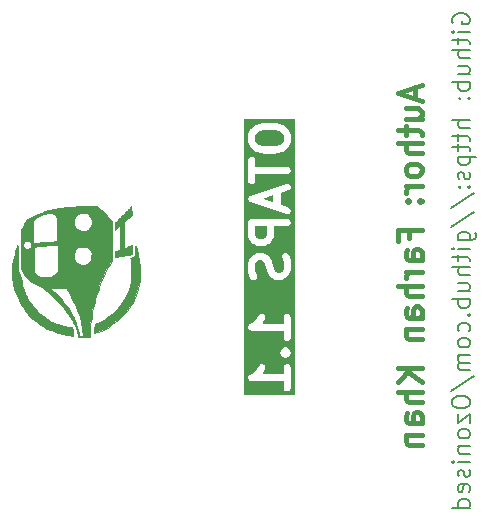
<source format=gbo>
G04 #@! TF.GenerationSoftware,KiCad,Pcbnew,8.0.5-dirty*
G04 #@! TF.CreationDate,2024-09-27T12:44:00+05:30*
G04 #@! TF.ProjectId,Nodes,4e6f6465-732e-46b6-9963-61645f706362,1.1*
G04 #@! TF.SameCoordinates,Original*
G04 #@! TF.FileFunction,Legend,Bot*
G04 #@! TF.FilePolarity,Positive*
%FSLAX46Y46*%
G04 Gerber Fmt 4.6, Leading zero omitted, Abs format (unit mm)*
G04 Created by KiCad (PCBNEW 8.0.5-dirty) date 2024-09-27 12:44:00*
%MOMM*%
%LPD*%
G01*
G04 APERTURE LIST*
G04 Aperture macros list*
%AMRoundRect*
0 Rectangle with rounded corners*
0 $1 Rounding radius*
0 $2 $3 $4 $5 $6 $7 $8 $9 X,Y pos of 4 corners*
0 Add a 4 corners polygon primitive as box body*
4,1,4,$2,$3,$4,$5,$6,$7,$8,$9,$2,$3,0*
0 Add four circle primitives for the rounded corners*
1,1,$1+$1,$2,$3*
1,1,$1+$1,$4,$5*
1,1,$1+$1,$6,$7*
1,1,$1+$1,$8,$9*
0 Add four rect primitives between the rounded corners*
20,1,$1+$1,$2,$3,$4,$5,0*
20,1,$1+$1,$4,$5,$6,$7,0*
20,1,$1+$1,$6,$7,$8,$9,0*
20,1,$1+$1,$8,$9,$2,$3,0*%
G04 Aperture macros list end*
%ADD10C,0.100000*%
%ADD11C,0.600000*%
%ADD12C,0.400000*%
%ADD13C,0.160000*%
%ADD14R,1.700000X1.700000*%
%ADD15C,1.700000*%
%ADD16R,1.800000X1.800000*%
%ADD17C,1.800000*%
%ADD18C,3.200000*%
%ADD19O,1.700000X1.700000*%
%ADD20R,3.500000X3.500000*%
%ADD21RoundRect,0.750000X-1.000000X0.750000X-1.000000X-0.750000X1.000000X-0.750000X1.000000X0.750000X0*%
%ADD22RoundRect,0.875000X-0.875000X0.875000X-0.875000X-0.875000X0.875000X-0.875000X0.875000X0.875000X0*%
%ADD23R,3.000000X3.000000*%
%ADD24C,3.000000*%
G04 APERTURE END LIST*
D10*
X119970000Y-94059795D02*
X119930000Y-94099795D01*
X119930000Y-97179795D01*
X119877750Y-97232045D01*
X119700000Y-97129795D01*
X119605960Y-97059795D01*
X119430000Y-96919795D01*
X119380000Y-96869795D01*
X119192907Y-96666888D01*
X118979698Y-96339633D01*
X118800000Y-95949795D01*
X118800000Y-94059795D01*
X119000000Y-94059795D01*
X119040000Y-94154182D01*
X119080000Y-94209795D01*
X119130000Y-94259795D01*
X119169433Y-94299795D01*
X119261732Y-94318063D01*
X119392714Y-94322509D01*
X119470000Y-94299795D01*
X119550000Y-94249795D01*
X119640000Y-94149795D01*
X119680000Y-94048393D01*
X119690000Y-93999795D01*
X119910000Y-93999795D01*
X119970000Y-94059795D01*
G36*
X119970000Y-94059795D02*
G01*
X119930000Y-94099795D01*
X119930000Y-97179795D01*
X119877750Y-97232045D01*
X119700000Y-97129795D01*
X119605960Y-97059795D01*
X119430000Y-96919795D01*
X119380000Y-96869795D01*
X119192907Y-96666888D01*
X118979698Y-96339633D01*
X118800000Y-95949795D01*
X118800000Y-94059795D01*
X119000000Y-94059795D01*
X119040000Y-94154182D01*
X119080000Y-94209795D01*
X119130000Y-94259795D01*
X119169433Y-94299795D01*
X119261732Y-94318063D01*
X119392714Y-94322509D01*
X119470000Y-94299795D01*
X119550000Y-94249795D01*
X119640000Y-94149795D01*
X119680000Y-94048393D01*
X119690000Y-93999795D01*
X119910000Y-93999795D01*
X119970000Y-94059795D01*
G37*
X120072195Y-96499795D02*
X120175645Y-96584150D01*
X120282901Y-96644343D01*
X120471026Y-96708471D01*
X120880000Y-96719795D01*
X121293211Y-96716584D01*
X121399242Y-96689037D01*
X121467231Y-96639795D01*
X121510000Y-96709795D01*
X121510000Y-97609795D01*
X121390395Y-97609795D01*
X121230000Y-97609795D01*
X121223860Y-97683655D01*
X121490000Y-97879795D01*
X121556152Y-97933643D01*
X121920000Y-98249795D01*
X121940000Y-98274657D01*
X122060000Y-98389795D01*
X122080000Y-98409795D01*
X122160000Y-98500151D01*
X122181289Y-98528506D01*
X122260000Y-98619795D01*
X122320000Y-98679795D01*
X122490000Y-98879795D01*
X122560000Y-98979795D01*
X122780000Y-99289795D01*
X122870000Y-99419795D01*
X123060000Y-99759795D01*
X123210000Y-100049795D01*
X123270000Y-100189795D01*
X123310000Y-100299795D01*
X123360000Y-100419795D01*
X123440000Y-100639795D01*
X123500000Y-100799795D01*
X123560000Y-100979795D01*
X123580000Y-101049795D01*
X123650000Y-101219795D01*
X123680000Y-101319795D01*
X123713294Y-101453089D01*
X123720000Y-101509795D01*
X123740000Y-101597574D01*
X123740000Y-101629795D01*
X123740000Y-101639795D01*
X123740000Y-101689795D01*
X123649397Y-101711780D01*
X123620000Y-101565947D01*
X123590000Y-101419795D01*
X123550000Y-101290905D01*
X123530000Y-101230459D01*
X123477030Y-101070923D01*
X123440000Y-100969795D01*
X123378060Y-100821735D01*
X123320000Y-100709795D01*
X123219481Y-100500314D01*
X123190347Y-100439448D01*
X123123355Y-100326106D01*
X123070000Y-100239795D01*
X123010000Y-100169795D01*
X122960000Y-100089795D01*
X122890000Y-99969795D01*
X122790000Y-99829795D01*
X122384244Y-99302825D01*
X122098998Y-98999795D01*
X121640910Y-98498885D01*
X121550000Y-98419795D01*
X121190000Y-98086484D01*
X121084454Y-98009795D01*
X120740000Y-97729795D01*
X120570000Y-97599795D01*
X120182502Y-97377293D01*
X120060000Y-97309795D01*
X119880000Y-97229795D01*
X119886946Y-96293368D01*
X120072195Y-96499795D01*
G36*
X120072195Y-96499795D02*
G01*
X120175645Y-96584150D01*
X120282901Y-96644343D01*
X120471026Y-96708471D01*
X120880000Y-96719795D01*
X121293211Y-96716584D01*
X121399242Y-96689037D01*
X121467231Y-96639795D01*
X121510000Y-96709795D01*
X121510000Y-97609795D01*
X121390395Y-97609795D01*
X121230000Y-97609795D01*
X121223860Y-97683655D01*
X121490000Y-97879795D01*
X121556152Y-97933643D01*
X121920000Y-98249795D01*
X121940000Y-98274657D01*
X122060000Y-98389795D01*
X122080000Y-98409795D01*
X122160000Y-98500151D01*
X122181289Y-98528506D01*
X122260000Y-98619795D01*
X122320000Y-98679795D01*
X122490000Y-98879795D01*
X122560000Y-98979795D01*
X122780000Y-99289795D01*
X122870000Y-99419795D01*
X123060000Y-99759795D01*
X123210000Y-100049795D01*
X123270000Y-100189795D01*
X123310000Y-100299795D01*
X123360000Y-100419795D01*
X123440000Y-100639795D01*
X123500000Y-100799795D01*
X123560000Y-100979795D01*
X123580000Y-101049795D01*
X123650000Y-101219795D01*
X123680000Y-101319795D01*
X123713294Y-101453089D01*
X123720000Y-101509795D01*
X123740000Y-101597574D01*
X123740000Y-101629795D01*
X123740000Y-101639795D01*
X123740000Y-101689795D01*
X123649397Y-101711780D01*
X123620000Y-101565947D01*
X123590000Y-101419795D01*
X123550000Y-101290905D01*
X123530000Y-101230459D01*
X123477030Y-101070923D01*
X123440000Y-100969795D01*
X123378060Y-100821735D01*
X123320000Y-100709795D01*
X123219481Y-100500314D01*
X123190347Y-100439448D01*
X123123355Y-100326106D01*
X123070000Y-100239795D01*
X123010000Y-100169795D01*
X122960000Y-100089795D01*
X122890000Y-99969795D01*
X122790000Y-99829795D01*
X122384244Y-99302825D01*
X122098998Y-98999795D01*
X121640910Y-98498885D01*
X121550000Y-98419795D01*
X121190000Y-98086484D01*
X121084454Y-98009795D01*
X120740000Y-97729795D01*
X120570000Y-97599795D01*
X120182502Y-97377293D01*
X120060000Y-97309795D01*
X119880000Y-97229795D01*
X119886946Y-96293368D01*
X120072195Y-96499795D01*
G37*
X124576205Y-90699795D02*
X124694902Y-90699795D01*
X124989120Y-90700675D01*
X125085434Y-90705229D01*
X125195403Y-90729795D01*
X125300000Y-90769795D01*
X125350000Y-90799795D01*
X125621442Y-91018353D01*
X125680000Y-91057162D01*
X125800749Y-91189046D01*
X125892486Y-91287309D01*
X126074809Y-91504986D01*
X126130000Y-91579795D01*
X126300000Y-91749795D01*
X126363751Y-91826044D01*
X126500000Y-91984214D01*
X126500603Y-92059795D01*
X126500000Y-92139795D01*
X126502781Y-92313267D01*
X126501773Y-92428022D01*
X126502284Y-92722079D01*
X126500000Y-92769795D01*
X126500000Y-93519795D01*
X126500000Y-93569684D01*
X126500000Y-93750000D01*
X126500000Y-93829795D01*
X126500000Y-94117358D01*
X126506476Y-94243319D01*
X126510498Y-94379297D01*
X126508100Y-94561695D01*
X126504520Y-94805315D01*
X126503614Y-94925746D01*
X126500000Y-94981100D01*
X126500000Y-95108872D01*
X126500000Y-95369795D01*
X126454655Y-95454676D01*
X126330000Y-95663513D01*
X126200000Y-95909795D01*
X126051568Y-96138227D01*
X125940000Y-96369795D01*
X125820000Y-96619795D01*
X125690000Y-96879795D01*
X125620000Y-97089795D01*
X125450000Y-97529795D01*
X125380000Y-97699795D01*
X125250000Y-98059795D01*
X125190000Y-98249795D01*
X125120000Y-98549795D01*
X125040000Y-98749795D01*
X124973524Y-99083319D01*
X124940000Y-99269795D01*
X124867435Y-99707230D01*
X124785942Y-100069768D01*
X124718214Y-100406441D01*
X124700000Y-100689795D01*
X124690000Y-100869795D01*
X124680000Y-101023996D01*
X124670000Y-101178818D01*
X124660000Y-101361779D01*
X124660000Y-101469795D01*
X124660000Y-101579795D01*
X124660000Y-101839769D01*
X123830000Y-101840832D01*
X123650000Y-101839795D01*
X123650000Y-101719795D01*
X123760000Y-101719795D01*
X124057425Y-101719795D01*
X124060000Y-101681183D01*
X124060000Y-101629795D01*
X124018603Y-101151192D01*
X123990000Y-100968459D01*
X123920000Y-100669795D01*
X123868498Y-100451297D01*
X123780000Y-100119795D01*
X123700000Y-99889795D01*
X123590000Y-99599795D01*
X123538044Y-99461751D01*
X123510000Y-99349795D01*
X123433465Y-99146330D01*
X123340000Y-98949795D01*
X123170000Y-98639795D01*
X123060000Y-98409795D01*
X122950000Y-98199795D01*
X122810000Y-97939795D01*
X122600000Y-97669795D01*
X122550000Y-97609795D01*
X122340000Y-97609795D01*
X121490000Y-97609795D01*
X121480000Y-97459795D01*
X121460000Y-97229795D01*
X121440000Y-96659795D01*
X121650000Y-96509795D01*
X121780000Y-96379795D01*
X121910000Y-96174630D01*
X121910000Y-95789795D01*
X121912011Y-95641806D01*
X123640000Y-95659795D01*
X123807313Y-95677108D01*
X123994244Y-95664039D01*
X124142632Y-95662427D01*
X124394784Y-95596466D01*
X124624622Y-95430915D01*
X124730000Y-95279795D01*
X124770000Y-95149795D01*
X124790000Y-94729795D01*
X124737601Y-94552194D01*
X124680000Y-94419795D01*
X124530000Y-94269795D01*
X124400000Y-94189795D01*
X124227585Y-94142773D01*
X123992287Y-94142773D01*
X123668103Y-94187898D01*
X123631344Y-94171139D01*
X123623122Y-92702917D01*
X123768554Y-92781241D01*
X123860000Y-92809795D01*
X124247392Y-92812403D01*
X124450000Y-92729795D01*
X124570000Y-92629795D01*
X124736249Y-92426044D01*
X124800000Y-92209966D01*
X124810000Y-92109795D01*
X124800000Y-91879624D01*
X124760000Y-91749795D01*
X124690000Y-91609795D01*
X124573945Y-91445850D01*
X124453022Y-91365126D01*
X124379820Y-91328182D01*
X124330000Y-91319795D01*
X124080000Y-91319795D01*
X123930000Y-91319795D01*
X123800000Y-91339795D01*
X123720000Y-91369795D01*
X123606509Y-91419795D01*
X123532239Y-91442034D01*
X123531621Y-90751416D01*
X123623873Y-90724004D01*
X123740117Y-90699912D01*
X123844510Y-90699795D01*
X123957283Y-90699795D01*
X124134751Y-90698254D01*
X124230000Y-90699795D01*
X124405208Y-90695305D01*
X124576205Y-90699795D01*
G36*
X124576205Y-90699795D02*
G01*
X124694902Y-90699795D01*
X124989120Y-90700675D01*
X125085434Y-90705229D01*
X125195403Y-90729795D01*
X125300000Y-90769795D01*
X125350000Y-90799795D01*
X125621442Y-91018353D01*
X125680000Y-91057162D01*
X125800749Y-91189046D01*
X125892486Y-91287309D01*
X126074809Y-91504986D01*
X126130000Y-91579795D01*
X126300000Y-91749795D01*
X126363751Y-91826044D01*
X126500000Y-91984214D01*
X126500603Y-92059795D01*
X126500000Y-92139795D01*
X126502781Y-92313267D01*
X126501773Y-92428022D01*
X126502284Y-92722079D01*
X126500000Y-92769795D01*
X126500000Y-93519795D01*
X126500000Y-93569684D01*
X126500000Y-93750000D01*
X126500000Y-93829795D01*
X126500000Y-94117358D01*
X126506476Y-94243319D01*
X126510498Y-94379297D01*
X126508100Y-94561695D01*
X126504520Y-94805315D01*
X126503614Y-94925746D01*
X126500000Y-94981100D01*
X126500000Y-95108872D01*
X126500000Y-95369795D01*
X126454655Y-95454676D01*
X126330000Y-95663513D01*
X126200000Y-95909795D01*
X126051568Y-96138227D01*
X125940000Y-96369795D01*
X125820000Y-96619795D01*
X125690000Y-96879795D01*
X125620000Y-97089795D01*
X125450000Y-97529795D01*
X125380000Y-97699795D01*
X125250000Y-98059795D01*
X125190000Y-98249795D01*
X125120000Y-98549795D01*
X125040000Y-98749795D01*
X124973524Y-99083319D01*
X124940000Y-99269795D01*
X124867435Y-99707230D01*
X124785942Y-100069768D01*
X124718214Y-100406441D01*
X124700000Y-100689795D01*
X124690000Y-100869795D01*
X124680000Y-101023996D01*
X124670000Y-101178818D01*
X124660000Y-101361779D01*
X124660000Y-101469795D01*
X124660000Y-101579795D01*
X124660000Y-101839769D01*
X123830000Y-101840832D01*
X123650000Y-101839795D01*
X123650000Y-101719795D01*
X123760000Y-101719795D01*
X124057425Y-101719795D01*
X124060000Y-101681183D01*
X124060000Y-101629795D01*
X124018603Y-101151192D01*
X123990000Y-100968459D01*
X123920000Y-100669795D01*
X123868498Y-100451297D01*
X123780000Y-100119795D01*
X123700000Y-99889795D01*
X123590000Y-99599795D01*
X123538044Y-99461751D01*
X123510000Y-99349795D01*
X123433465Y-99146330D01*
X123340000Y-98949795D01*
X123170000Y-98639795D01*
X123060000Y-98409795D01*
X122950000Y-98199795D01*
X122810000Y-97939795D01*
X122600000Y-97669795D01*
X122550000Y-97609795D01*
X122340000Y-97609795D01*
X121490000Y-97609795D01*
X121480000Y-97459795D01*
X121460000Y-97229795D01*
X121440000Y-96659795D01*
X121650000Y-96509795D01*
X121780000Y-96379795D01*
X121910000Y-96174630D01*
X121910000Y-95789795D01*
X121912011Y-95641806D01*
X123640000Y-95659795D01*
X123807313Y-95677108D01*
X123994244Y-95664039D01*
X124142632Y-95662427D01*
X124394784Y-95596466D01*
X124624622Y-95430915D01*
X124730000Y-95279795D01*
X124770000Y-95149795D01*
X124790000Y-94729795D01*
X124737601Y-94552194D01*
X124680000Y-94419795D01*
X124530000Y-94269795D01*
X124400000Y-94189795D01*
X124227585Y-94142773D01*
X123992287Y-94142773D01*
X123668103Y-94187898D01*
X123631344Y-94171139D01*
X123623122Y-92702917D01*
X123768554Y-92781241D01*
X123860000Y-92809795D01*
X124247392Y-92812403D01*
X124450000Y-92729795D01*
X124570000Y-92629795D01*
X124736249Y-92426044D01*
X124800000Y-92209966D01*
X124810000Y-92109795D01*
X124800000Y-91879624D01*
X124760000Y-91749795D01*
X124690000Y-91609795D01*
X124573945Y-91445850D01*
X124453022Y-91365126D01*
X124379820Y-91328182D01*
X124330000Y-91319795D01*
X124080000Y-91319795D01*
X123930000Y-91319795D01*
X123800000Y-91339795D01*
X123720000Y-91369795D01*
X123606509Y-91419795D01*
X123532239Y-91442034D01*
X123531621Y-90751416D01*
X123623873Y-90724004D01*
X123740117Y-90699912D01*
X123844510Y-90699795D01*
X123957283Y-90699795D01*
X124134751Y-90698254D01*
X124230000Y-90699795D01*
X124405208Y-90695305D01*
X124576205Y-90699795D01*
G37*
X128752768Y-94758746D02*
X128930000Y-95889704D01*
X128900000Y-97029795D01*
X128670000Y-97959795D01*
X128580000Y-98229795D01*
X128400000Y-98639795D01*
X128180000Y-99009795D01*
X128100000Y-99131991D01*
X127960000Y-99357875D01*
X127750000Y-99629795D01*
X127367832Y-100061963D01*
X127020000Y-100329795D01*
X126884260Y-100441413D01*
X126520000Y-100739795D01*
X126290000Y-100919795D01*
X126010000Y-101109795D01*
X125570000Y-101279795D01*
X124998455Y-101467236D01*
X125027587Y-101059795D01*
X125041423Y-100889795D01*
X125045844Y-100814304D01*
X125050000Y-100729795D01*
X125250303Y-100644709D01*
X125530000Y-100539795D01*
X125860000Y-100359795D01*
X126280000Y-100052641D01*
X126750000Y-99668986D01*
X127288227Y-99048022D01*
X127610000Y-98529795D01*
X127950000Y-97779795D01*
X128100000Y-97159795D01*
X128110000Y-96129795D01*
X128100000Y-95510067D01*
X128097284Y-95341291D01*
X128091956Y-95219795D01*
X128085809Y-95143986D01*
X128300000Y-95029795D01*
X128497570Y-94919649D01*
X128490000Y-94189795D01*
X128485132Y-94064927D01*
X128540307Y-94060102D01*
X128752768Y-94758746D01*
G36*
X128752768Y-94758746D02*
G01*
X128930000Y-95889704D01*
X128900000Y-97029795D01*
X128670000Y-97959795D01*
X128580000Y-98229795D01*
X128400000Y-98639795D01*
X128180000Y-99009795D01*
X128100000Y-99131991D01*
X127960000Y-99357875D01*
X127750000Y-99629795D01*
X127367832Y-100061963D01*
X127020000Y-100329795D01*
X126884260Y-100441413D01*
X126520000Y-100739795D01*
X126290000Y-100919795D01*
X126010000Y-101109795D01*
X125570000Y-101279795D01*
X124998455Y-101467236D01*
X125027587Y-101059795D01*
X125041423Y-100889795D01*
X125045844Y-100814304D01*
X125050000Y-100729795D01*
X125250303Y-100644709D01*
X125530000Y-100539795D01*
X125860000Y-100359795D01*
X126280000Y-100052641D01*
X126750000Y-99668986D01*
X127288227Y-99048022D01*
X127610000Y-98529795D01*
X127950000Y-97779795D01*
X128100000Y-97159795D01*
X128110000Y-96129795D01*
X128100000Y-95510067D01*
X128097284Y-95341291D01*
X128091956Y-95219795D01*
X128085809Y-95143986D01*
X128300000Y-95029795D01*
X128497570Y-94919649D01*
X128490000Y-94189795D01*
X128485132Y-94064927D01*
X128540307Y-94060102D01*
X128752768Y-94758746D01*
G37*
X123532239Y-91449795D02*
X123448214Y-91548009D01*
X123378324Y-91659795D01*
X123329086Y-91798977D01*
X123317467Y-91882328D01*
X123310000Y-92069795D01*
X123316930Y-92166725D01*
X123331410Y-92303513D01*
X123370000Y-92409891D01*
X123430000Y-92489891D01*
X123480000Y-92549795D01*
X123570000Y-92639891D01*
X123620000Y-92679795D01*
X123690000Y-92729795D01*
X123690000Y-94199891D01*
X123602869Y-94219891D01*
X123526567Y-94276458D01*
X123470000Y-94333534D01*
X123425471Y-94385362D01*
X123360000Y-94539891D01*
X123330000Y-94689891D01*
X123310000Y-94929891D01*
X123330000Y-95179891D01*
X123450000Y-95411609D01*
X123547811Y-95510026D01*
X123694421Y-95621106D01*
X123861693Y-95679618D01*
X123880000Y-95729891D01*
X121912014Y-95769891D01*
X121913949Y-94001829D01*
X121784674Y-93999891D01*
X121325956Y-94029891D01*
X120613751Y-94093642D01*
X120312606Y-94119891D01*
X119883836Y-94153727D01*
X119880000Y-93859891D01*
X120000000Y-93849891D01*
X120820000Y-93779891D01*
X121362469Y-93729891D01*
X121880000Y-93659891D01*
X121880000Y-91049795D01*
X121920000Y-90949795D01*
X122020000Y-90896735D01*
X122300000Y-90839891D01*
X122504932Y-90814823D01*
X122765626Y-90789795D01*
X123112339Y-90769795D01*
X123370000Y-90759795D01*
X123579942Y-90732352D01*
X123532239Y-91449795D01*
G36*
X123532239Y-91449795D02*
G01*
X123448214Y-91548009D01*
X123378324Y-91659795D01*
X123329086Y-91798977D01*
X123317467Y-91882328D01*
X123310000Y-92069795D01*
X123316930Y-92166725D01*
X123331410Y-92303513D01*
X123370000Y-92409891D01*
X123430000Y-92489891D01*
X123480000Y-92549795D01*
X123570000Y-92639891D01*
X123620000Y-92679795D01*
X123690000Y-92729795D01*
X123690000Y-94199891D01*
X123602869Y-94219891D01*
X123526567Y-94276458D01*
X123470000Y-94333534D01*
X123425471Y-94385362D01*
X123360000Y-94539891D01*
X123330000Y-94689891D01*
X123310000Y-94929891D01*
X123330000Y-95179891D01*
X123450000Y-95411609D01*
X123547811Y-95510026D01*
X123694421Y-95621106D01*
X123861693Y-95679618D01*
X123880000Y-95729891D01*
X121912014Y-95769891D01*
X121913949Y-94001829D01*
X121784674Y-93999891D01*
X121325956Y-94029891D01*
X120613751Y-94093642D01*
X120312606Y-94119891D01*
X119883836Y-94153727D01*
X119880000Y-93859891D01*
X120000000Y-93849891D01*
X120820000Y-93779891D01*
X121362469Y-93729891D01*
X121880000Y-93659891D01*
X121880000Y-91049795D01*
X121920000Y-90949795D01*
X122020000Y-90896735D01*
X122300000Y-90839891D01*
X122504932Y-90814823D01*
X122765626Y-90789795D01*
X123112339Y-90769795D01*
X123370000Y-90759795D01*
X123579942Y-90732352D01*
X123532239Y-91449795D01*
G37*
X118540000Y-94119795D02*
X118540000Y-95859795D01*
X118570000Y-96149795D01*
X118640000Y-96369795D01*
X118720000Y-96499795D01*
X118760000Y-96629795D01*
X118800000Y-96799737D01*
X118873913Y-97119795D01*
X118920000Y-97383756D01*
X119010000Y-97619795D01*
X119030000Y-97699795D01*
X119090000Y-97869795D01*
X119120000Y-97969795D01*
X119190000Y-98169795D01*
X119300000Y-98339795D01*
X119360000Y-98469795D01*
X119520000Y-98739795D01*
X119630000Y-98929795D01*
X119710000Y-99029201D01*
X119761993Y-99099795D01*
X119900000Y-99279795D01*
X119960000Y-99349795D01*
X120280000Y-99689795D01*
X120360000Y-99769795D01*
X120672673Y-100022468D01*
X120841164Y-100148631D01*
X121060000Y-100289795D01*
X121174313Y-100349795D01*
X121389318Y-100490477D01*
X121567413Y-100562382D01*
X121791592Y-100658203D01*
X121952199Y-100717596D01*
X122156812Y-100792983D01*
X122492760Y-100887035D01*
X122754177Y-100935618D01*
X123020000Y-100954304D01*
X123143468Y-100976327D01*
X123203783Y-101310756D01*
X123239982Y-101419777D01*
X123260000Y-101539795D01*
X123260000Y-101679795D01*
X122803525Y-101656270D01*
X122710000Y-101639795D01*
X121920000Y-101429795D01*
X121350000Y-101229795D01*
X120990827Y-101088968D01*
X120855824Y-101023971D01*
X120800000Y-100989795D01*
X120650000Y-100889795D01*
X120370970Y-100696021D01*
X120070000Y-100479795D01*
X119930000Y-100359795D01*
X119530000Y-99989795D01*
X119420166Y-99889629D01*
X119150000Y-99579795D01*
X119130000Y-99539795D01*
X118950000Y-99269795D01*
X118768035Y-98931760D01*
X118525357Y-98449795D01*
X118242624Y-97707171D01*
X118150000Y-97299795D01*
X118073296Y-96606499D01*
X118080000Y-96269795D01*
X118090000Y-95679795D01*
X118120000Y-95389795D01*
X118270000Y-94799795D01*
X118340000Y-94579795D01*
X118406681Y-94376476D01*
X118460000Y-94139795D01*
X118510000Y-94049795D01*
X118520000Y-94039795D01*
X118540000Y-94119795D01*
G36*
X118540000Y-94119795D02*
G01*
X118540000Y-95859795D01*
X118570000Y-96149795D01*
X118640000Y-96369795D01*
X118720000Y-96499795D01*
X118760000Y-96629795D01*
X118800000Y-96799737D01*
X118873913Y-97119795D01*
X118920000Y-97383756D01*
X119010000Y-97619795D01*
X119030000Y-97699795D01*
X119090000Y-97869795D01*
X119120000Y-97969795D01*
X119190000Y-98169795D01*
X119300000Y-98339795D01*
X119360000Y-98469795D01*
X119520000Y-98739795D01*
X119630000Y-98929795D01*
X119710000Y-99029201D01*
X119761993Y-99099795D01*
X119900000Y-99279795D01*
X119960000Y-99349795D01*
X120280000Y-99689795D01*
X120360000Y-99769795D01*
X120672673Y-100022468D01*
X120841164Y-100148631D01*
X121060000Y-100289795D01*
X121174313Y-100349795D01*
X121389318Y-100490477D01*
X121567413Y-100562382D01*
X121791592Y-100658203D01*
X121952199Y-100717596D01*
X122156812Y-100792983D01*
X122492760Y-100887035D01*
X122754177Y-100935618D01*
X123020000Y-100954304D01*
X123143468Y-100976327D01*
X123203783Y-101310756D01*
X123239982Y-101419777D01*
X123260000Y-101539795D01*
X123260000Y-101679795D01*
X122803525Y-101656270D01*
X122710000Y-101639795D01*
X121920000Y-101429795D01*
X121350000Y-101229795D01*
X120990827Y-101088968D01*
X120855824Y-101023971D01*
X120800000Y-100989795D01*
X120650000Y-100889795D01*
X120370970Y-100696021D01*
X120070000Y-100479795D01*
X119930000Y-100359795D01*
X119530000Y-99989795D01*
X119420166Y-99889629D01*
X119150000Y-99579795D01*
X119130000Y-99539795D01*
X118950000Y-99269795D01*
X118768035Y-98931760D01*
X118525357Y-98449795D01*
X118242624Y-97707171D01*
X118150000Y-97299795D01*
X118073296Y-96606499D01*
X118080000Y-96269795D01*
X118090000Y-95679795D01*
X118120000Y-95389795D01*
X118270000Y-94799795D01*
X118340000Y-94579795D01*
X118406681Y-94376476D01*
X118460000Y-94139795D01*
X118510000Y-94049795D01*
X118520000Y-94039795D01*
X118540000Y-94119795D01*
G37*
X128180000Y-91469795D02*
X128020000Y-91599795D01*
X127896471Y-91706266D01*
X127819802Y-91769795D01*
X127740949Y-91839795D01*
X127706034Y-91875829D01*
X127669956Y-91908630D01*
X127604782Y-91964405D01*
X127536387Y-92036600D01*
X127495914Y-92080983D01*
X127535369Y-94289795D01*
X127677774Y-94227569D01*
X127800000Y-94169795D01*
X127913967Y-94119795D01*
X128030000Y-94069795D01*
X128120000Y-94029795D01*
X128180000Y-93999795D01*
X128180000Y-94779795D01*
X128165415Y-94785210D01*
X127955502Y-94820404D01*
X127832292Y-94839795D01*
X127703265Y-94859012D01*
X127446638Y-94904199D01*
X127309753Y-94929548D01*
X127090000Y-94979795D01*
X126953945Y-95003740D01*
X126770000Y-95029795D01*
X126766960Y-94529795D01*
X126810000Y-94519795D01*
X126864168Y-94503817D01*
X126926089Y-94483706D01*
X127029590Y-94449795D01*
X127160556Y-94409795D01*
X127156588Y-92389795D01*
X127100000Y-92439795D01*
X127078450Y-92444828D01*
X127051693Y-92469795D01*
X127022859Y-92492654D01*
X126930000Y-92569795D01*
X126869131Y-92629795D01*
X126840000Y-92651422D01*
X126770000Y-92719795D01*
X126770000Y-92129795D01*
X126805791Y-92095586D01*
X126840000Y-92063112D01*
X126919409Y-91979204D01*
X126960000Y-91937576D01*
X127020000Y-91879795D01*
X127070000Y-91838149D01*
X127197994Y-91716719D01*
X127278805Y-91627805D01*
X127316851Y-91586646D01*
X127400000Y-91499795D01*
X127440000Y-91459795D01*
X127530000Y-91369795D01*
X127597161Y-91292634D01*
X127720000Y-91169795D01*
X127779834Y-91109629D01*
X127841948Y-91037289D01*
X127885415Y-90995210D01*
X127930000Y-90949795D01*
X127960000Y-90921876D01*
X128010000Y-90868134D01*
X128070000Y-90808081D01*
X128105278Y-90769145D01*
X128145138Y-90721493D01*
X128170000Y-90689795D01*
X128180000Y-91469795D01*
G36*
X128180000Y-91469795D02*
G01*
X128020000Y-91599795D01*
X127896471Y-91706266D01*
X127819802Y-91769795D01*
X127740949Y-91839795D01*
X127706034Y-91875829D01*
X127669956Y-91908630D01*
X127604782Y-91964405D01*
X127536387Y-92036600D01*
X127495914Y-92080983D01*
X127535369Y-94289795D01*
X127677774Y-94227569D01*
X127800000Y-94169795D01*
X127913967Y-94119795D01*
X128030000Y-94069795D01*
X128120000Y-94029795D01*
X128180000Y-93999795D01*
X128180000Y-94779795D01*
X128165415Y-94785210D01*
X127955502Y-94820404D01*
X127832292Y-94839795D01*
X127703265Y-94859012D01*
X127446638Y-94904199D01*
X127309753Y-94929548D01*
X127090000Y-94979795D01*
X126953945Y-95003740D01*
X126770000Y-95029795D01*
X126766960Y-94529795D01*
X126810000Y-94519795D01*
X126864168Y-94503817D01*
X126926089Y-94483706D01*
X127029590Y-94449795D01*
X127160556Y-94409795D01*
X127156588Y-92389795D01*
X127100000Y-92439795D01*
X127078450Y-92444828D01*
X127051693Y-92469795D01*
X127022859Y-92492654D01*
X126930000Y-92569795D01*
X126869131Y-92629795D01*
X126840000Y-92651422D01*
X126770000Y-92719795D01*
X126770000Y-92129795D01*
X126805791Y-92095586D01*
X126840000Y-92063112D01*
X126919409Y-91979204D01*
X126960000Y-91937576D01*
X127020000Y-91879795D01*
X127070000Y-91838149D01*
X127197994Y-91716719D01*
X127278805Y-91627805D01*
X127316851Y-91586646D01*
X127400000Y-91499795D01*
X127440000Y-91459795D01*
X127530000Y-91369795D01*
X127597161Y-91292634D01*
X127720000Y-91169795D01*
X127779834Y-91109629D01*
X127841948Y-91037289D01*
X127885415Y-90995210D01*
X127930000Y-90949795D01*
X127960000Y-90921876D01*
X128010000Y-90868134D01*
X128070000Y-90808081D01*
X128105278Y-90769145D01*
X128145138Y-90721493D01*
X128170000Y-90689795D01*
X128180000Y-91469795D01*
G37*
X122020000Y-91539795D02*
X121880000Y-91699795D01*
X121810000Y-91574439D01*
X121760000Y-91509795D01*
X121613438Y-91386357D01*
X121482841Y-91316954D01*
X121390000Y-91299795D01*
X121143317Y-91293112D01*
X121010000Y-91319795D01*
X120830000Y-91365519D01*
X120716693Y-91396640D01*
X120497692Y-91473193D01*
X120370000Y-91529795D01*
X120300000Y-91569795D01*
X120173296Y-91663091D01*
X120010000Y-91804619D01*
X119870000Y-91989795D01*
X119870000Y-93929795D01*
X119865433Y-93999795D01*
X119688598Y-93999795D01*
X119677684Y-93952111D01*
X119650000Y-93854850D01*
X119590000Y-93759795D01*
X119532450Y-93697345D01*
X119429419Y-93659795D01*
X119250000Y-93659795D01*
X119164643Y-93705620D01*
X119100000Y-93755223D01*
X119060000Y-93799795D01*
X119027453Y-93840600D01*
X119010000Y-93900410D01*
X119000000Y-93993181D01*
X118998937Y-94059972D01*
X118800000Y-94049795D01*
X118801624Y-93933257D01*
X118820448Y-92825509D01*
X118887484Y-92587279D01*
X118970000Y-92449795D01*
X119050000Y-92289795D01*
X119110000Y-92169795D01*
X119210000Y-91989795D01*
X119268274Y-91928069D01*
X119390000Y-91809795D01*
X119540000Y-91709795D01*
X119720000Y-91629795D01*
X119935362Y-91535157D01*
X120233116Y-91392911D01*
X120568630Y-91278425D01*
X120843573Y-91173368D01*
X121080000Y-91069795D01*
X121220000Y-91029795D01*
X121652935Y-90959795D01*
X121760000Y-90939795D01*
X121926106Y-90916749D01*
X122020000Y-90896735D01*
X122020000Y-91539795D01*
G36*
X122020000Y-91539795D02*
G01*
X121880000Y-91699795D01*
X121810000Y-91574439D01*
X121760000Y-91509795D01*
X121613438Y-91386357D01*
X121482841Y-91316954D01*
X121390000Y-91299795D01*
X121143317Y-91293112D01*
X121010000Y-91319795D01*
X120830000Y-91365519D01*
X120716693Y-91396640D01*
X120497692Y-91473193D01*
X120370000Y-91529795D01*
X120300000Y-91569795D01*
X120173296Y-91663091D01*
X120010000Y-91804619D01*
X119870000Y-91989795D01*
X119870000Y-93929795D01*
X119865433Y-93999795D01*
X119688598Y-93999795D01*
X119677684Y-93952111D01*
X119650000Y-93854850D01*
X119590000Y-93759795D01*
X119532450Y-93697345D01*
X119429419Y-93659795D01*
X119250000Y-93659795D01*
X119164643Y-93705620D01*
X119100000Y-93755223D01*
X119060000Y-93799795D01*
X119027453Y-93840600D01*
X119010000Y-93900410D01*
X119000000Y-93993181D01*
X118998937Y-94059972D01*
X118800000Y-94049795D01*
X118801624Y-93933257D01*
X118820448Y-92825509D01*
X118887484Y-92587279D01*
X118970000Y-92449795D01*
X119050000Y-92289795D01*
X119110000Y-92169795D01*
X119210000Y-91989795D01*
X119268274Y-91928069D01*
X119390000Y-91809795D01*
X119540000Y-91709795D01*
X119720000Y-91629795D01*
X119935362Y-91535157D01*
X120233116Y-91392911D01*
X120568630Y-91278425D01*
X120843573Y-91173368D01*
X121080000Y-91069795D01*
X121220000Y-91029795D01*
X121652935Y-90959795D01*
X121760000Y-90939795D01*
X121926106Y-90916749D01*
X122020000Y-90896735D01*
X122020000Y-91539795D01*
G37*
D11*
G36*
X139623085Y-93181058D02*
G01*
X139533671Y-93359885D01*
X139459663Y-93433894D01*
X139280837Y-93523307D01*
X138993905Y-93523307D01*
X138815079Y-93433894D01*
X138741070Y-93359885D01*
X138651657Y-93181058D01*
X138651657Y-92409021D01*
X139623085Y-92409021D01*
X139623085Y-93181058D01*
G37*
G36*
X140194514Y-90407078D02*
G01*
X139300340Y-90109021D01*
X140194514Y-89810963D01*
X140194514Y-90407078D01*
G37*
G36*
X140769710Y-84379910D02*
G01*
X140962244Y-84572444D01*
X141051657Y-84751270D01*
X141051657Y-85181058D01*
X140962243Y-85359884D01*
X140769710Y-85552417D01*
X140314724Y-85666164D01*
X139388589Y-85666164D01*
X138933602Y-85552417D01*
X138741070Y-85359885D01*
X138651657Y-85181058D01*
X138651657Y-84751270D01*
X138741070Y-84572443D01*
X138933602Y-84379910D01*
X139388589Y-84266164D01*
X140314724Y-84266164D01*
X140769710Y-84379910D01*
G37*
G36*
X141984990Y-106739787D02*
G01*
X137718324Y-106739787D01*
X137718324Y-105231944D01*
X138052320Y-105231944D01*
X138054224Y-105261468D01*
X138054224Y-105291036D01*
X138056735Y-105300408D01*
X138057360Y-105310097D01*
X138066838Y-105338114D01*
X138074493Y-105366683D01*
X138079347Y-105375090D01*
X138082457Y-105384283D01*
X138098860Y-105408887D01*
X138113651Y-105434506D01*
X138120515Y-105441370D01*
X138125899Y-105449446D01*
X138148115Y-105468970D01*
X138169029Y-105489884D01*
X138177434Y-105494737D01*
X138184725Y-105501144D01*
X138211235Y-105514252D01*
X138236852Y-105529042D01*
X138246227Y-105531554D01*
X138254928Y-105535856D01*
X138283933Y-105541657D01*
X138312499Y-105549311D01*
X138326934Y-105550257D01*
X138331723Y-105551215D01*
X138336673Y-105550895D01*
X138351657Y-105551878D01*
X141051657Y-105551878D01*
X141051657Y-106109021D01*
X141054224Y-106148179D01*
X141074493Y-106223826D01*
X141113651Y-106291649D01*
X141169029Y-106347027D01*
X141236852Y-106386185D01*
X141312499Y-106406454D01*
X141390815Y-106406454D01*
X141466462Y-106386185D01*
X141534285Y-106347027D01*
X141589663Y-106291649D01*
X141628821Y-106223826D01*
X141649090Y-106148179D01*
X141651657Y-106109021D01*
X141651657Y-104394735D01*
X141649090Y-104355577D01*
X141628821Y-104279930D01*
X141589663Y-104212107D01*
X141534285Y-104156729D01*
X141466462Y-104117571D01*
X141390815Y-104097302D01*
X141312499Y-104097302D01*
X141236852Y-104117571D01*
X141169029Y-104156729D01*
X141113651Y-104212107D01*
X141074493Y-104279930D01*
X141054224Y-104355577D01*
X141051657Y-104394735D01*
X141051657Y-104951878D01*
X139218777Y-104951878D01*
X139278074Y-104892581D01*
X139303948Y-104863077D01*
X139308465Y-104855251D01*
X139314462Y-104848490D01*
X139334270Y-104814614D01*
X139477128Y-104528900D01*
X139492344Y-104492728D01*
X139508045Y-104416003D01*
X139503353Y-104337828D01*
X139478587Y-104263531D01*
X139435437Y-104198175D01*
X139376841Y-104146216D01*
X139306793Y-104111191D01*
X139230067Y-104095490D01*
X139151893Y-104100182D01*
X139077595Y-104124948D01*
X139012240Y-104168099D01*
X138960280Y-104226695D01*
X138940472Y-104260571D01*
X138819385Y-104502741D01*
X138589100Y-104733027D01*
X138185247Y-105002263D01*
X138173323Y-105011392D01*
X138169029Y-105013872D01*
X138165577Y-105017323D01*
X138154089Y-105026120D01*
X138134564Y-105048336D01*
X138113651Y-105069250D01*
X138108797Y-105077655D01*
X138102391Y-105084946D01*
X138089282Y-105111456D01*
X138074493Y-105137073D01*
X138071980Y-105146448D01*
X138067679Y-105155149D01*
X138061877Y-105184154D01*
X138054224Y-105212720D01*
X138054224Y-105222424D01*
X138052320Y-105231944D01*
X137718324Y-105231944D01*
X137718324Y-103069864D01*
X140768509Y-103069864D01*
X140768509Y-103148180D01*
X140788778Y-103223827D01*
X140811386Y-103262985D01*
X140827935Y-103291648D01*
X140827937Y-103291650D01*
X140853811Y-103321154D01*
X140996669Y-103464011D01*
X141026164Y-103489876D01*
X141026172Y-103489884D01*
X141093995Y-103529042D01*
X141169642Y-103549311D01*
X141169643Y-103549311D01*
X141247959Y-103549311D01*
X141323606Y-103529042D01*
X141362764Y-103506433D01*
X141391428Y-103489884D01*
X141420932Y-103464010D01*
X141563789Y-103321153D01*
X141589663Y-103291649D01*
X141628821Y-103223826D01*
X141649090Y-103148179D01*
X141649090Y-103069863D01*
X141628821Y-102994216D01*
X141589663Y-102926393D01*
X141589662Y-102926392D01*
X141563789Y-102896889D01*
X141420932Y-102754032D01*
X141391428Y-102728158D01*
X141362764Y-102711608D01*
X141323606Y-102689000D01*
X141247959Y-102668731D01*
X141247958Y-102668731D01*
X141169642Y-102668731D01*
X141093995Y-102689000D01*
X141026172Y-102728158D01*
X141026164Y-102728165D01*
X140996669Y-102754031D01*
X140853811Y-102896888D01*
X140827937Y-102926392D01*
X140827936Y-102926393D01*
X140827582Y-102927006D01*
X140788778Y-102994215D01*
X140768674Y-103069249D01*
X140768510Y-103069862D01*
X140768509Y-103069864D01*
X137718324Y-103069864D01*
X137718324Y-100946230D01*
X138052320Y-100946230D01*
X138054224Y-100975754D01*
X138054224Y-101005322D01*
X138056735Y-101014694D01*
X138057360Y-101024383D01*
X138066838Y-101052400D01*
X138074493Y-101080969D01*
X138079347Y-101089376D01*
X138082457Y-101098569D01*
X138098860Y-101123173D01*
X138113651Y-101148792D01*
X138120515Y-101155656D01*
X138125899Y-101163732D01*
X138148115Y-101183256D01*
X138169029Y-101204170D01*
X138177434Y-101209023D01*
X138184725Y-101215430D01*
X138211235Y-101228538D01*
X138236852Y-101243328D01*
X138246227Y-101245840D01*
X138254928Y-101250142D01*
X138283933Y-101255943D01*
X138312499Y-101263597D01*
X138326934Y-101264543D01*
X138331723Y-101265501D01*
X138336673Y-101265181D01*
X138351657Y-101266164D01*
X141051657Y-101266164D01*
X141051657Y-101823307D01*
X141054224Y-101862465D01*
X141074493Y-101938112D01*
X141113651Y-102005935D01*
X141169029Y-102061313D01*
X141236852Y-102100471D01*
X141312499Y-102120740D01*
X141390815Y-102120740D01*
X141466462Y-102100471D01*
X141534285Y-102061313D01*
X141589663Y-102005935D01*
X141628821Y-101938112D01*
X141649090Y-101862465D01*
X141651657Y-101823307D01*
X141651657Y-100109021D01*
X141649090Y-100069863D01*
X141628821Y-99994216D01*
X141589663Y-99926393D01*
X141534285Y-99871015D01*
X141466462Y-99831857D01*
X141390815Y-99811588D01*
X141312499Y-99811588D01*
X141236852Y-99831857D01*
X141169029Y-99871015D01*
X141113651Y-99926393D01*
X141074493Y-99994216D01*
X141054224Y-100069863D01*
X141051657Y-100109021D01*
X141051657Y-100666164D01*
X139218777Y-100666164D01*
X139278074Y-100606867D01*
X139303948Y-100577363D01*
X139308465Y-100569537D01*
X139314462Y-100562776D01*
X139334270Y-100528900D01*
X139477128Y-100243186D01*
X139492344Y-100207014D01*
X139508045Y-100130289D01*
X139503353Y-100052114D01*
X139478587Y-99977817D01*
X139435437Y-99912461D01*
X139376841Y-99860502D01*
X139306793Y-99825477D01*
X139230067Y-99809776D01*
X139151893Y-99814468D01*
X139077595Y-99839234D01*
X139012240Y-99882385D01*
X138960280Y-99940981D01*
X138940472Y-99974857D01*
X138819385Y-100217027D01*
X138589100Y-100447313D01*
X138185247Y-100716549D01*
X138173323Y-100725678D01*
X138169029Y-100728158D01*
X138165577Y-100731609D01*
X138154089Y-100740406D01*
X138134564Y-100762622D01*
X138113651Y-100783536D01*
X138108797Y-100791941D01*
X138102391Y-100799232D01*
X138089282Y-100825742D01*
X138074493Y-100851359D01*
X138071980Y-100860734D01*
X138067679Y-100869435D01*
X138061877Y-100898440D01*
X138054224Y-100927006D01*
X138054224Y-100936710D01*
X138052320Y-100946230D01*
X137718324Y-100946230D01*
X137718324Y-95537593D01*
X138051657Y-95537593D01*
X138051657Y-96251878D01*
X138054224Y-96291036D01*
X138056562Y-96299763D01*
X138057104Y-96308786D01*
X138067052Y-96346746D01*
X138209909Y-96775318D01*
X138224727Y-96811654D01*
X138267877Y-96877010D01*
X138326473Y-96928970D01*
X138396522Y-96963994D01*
X138473247Y-96979695D01*
X138551422Y-96975002D01*
X138625719Y-96950237D01*
X138691074Y-96907086D01*
X138743034Y-96848490D01*
X138778058Y-96778442D01*
X138793759Y-96701716D01*
X138789066Y-96623542D01*
X138779119Y-96585581D01*
X138651657Y-96203195D01*
X138651657Y-95608412D01*
X138741070Y-95429585D01*
X138815079Y-95355577D01*
X138993905Y-95266164D01*
X139137980Y-95266164D01*
X139316806Y-95355577D01*
X139390814Y-95429585D01*
X139497171Y-95642299D01*
X139632042Y-96181782D01*
X139638491Y-96201885D01*
X139639541Y-96207013D01*
X139642051Y-96212980D01*
X139644030Y-96219148D01*
X139646571Y-96223726D01*
X139654757Y-96243185D01*
X139797614Y-96528900D01*
X139817422Y-96562776D01*
X139823417Y-96569537D01*
X139827937Y-96577365D01*
X139853811Y-96606869D01*
X139996669Y-96749726D01*
X140026173Y-96775599D01*
X140033997Y-96780116D01*
X140040760Y-96786113D01*
X140074636Y-96805921D01*
X140360350Y-96948778D01*
X140375289Y-96955062D01*
X140379709Y-96957614D01*
X140384243Y-96958829D01*
X140396522Y-96963994D01*
X140426143Y-96970055D01*
X140455356Y-96977883D01*
X140468651Y-96978754D01*
X140473247Y-96979695D01*
X140478336Y-96979389D01*
X140494514Y-96980450D01*
X140780228Y-96980450D01*
X140796405Y-96979389D01*
X140801495Y-96979695D01*
X140806090Y-96978754D01*
X140819386Y-96977883D01*
X140848598Y-96970055D01*
X140878220Y-96963994D01*
X140890498Y-96958829D01*
X140895033Y-96957614D01*
X140899452Y-96955062D01*
X140914392Y-96948778D01*
X141200106Y-96805921D01*
X141233982Y-96786113D01*
X141240744Y-96780116D01*
X141248569Y-96775599D01*
X141278073Y-96749726D01*
X141420931Y-96606869D01*
X141446805Y-96577365D01*
X141451324Y-96569537D01*
X141457320Y-96562776D01*
X141477128Y-96528900D01*
X141619985Y-96243185D01*
X141626269Y-96228245D01*
X141628821Y-96223826D01*
X141630036Y-96219291D01*
X141635201Y-96207013D01*
X141641262Y-96177392D01*
X141649090Y-96148179D01*
X141649961Y-96134882D01*
X141650902Y-96130287D01*
X141650596Y-96125197D01*
X141651657Y-96109021D01*
X141651657Y-95394736D01*
X141649090Y-95355578D01*
X141646750Y-95346846D01*
X141646209Y-95337828D01*
X141636262Y-95299867D01*
X141493405Y-94871296D01*
X141478587Y-94834959D01*
X141435436Y-94769604D01*
X141376840Y-94717644D01*
X141306792Y-94682620D01*
X141230067Y-94666919D01*
X141151892Y-94671611D01*
X141077595Y-94696377D01*
X141012240Y-94739528D01*
X140960280Y-94798124D01*
X140925256Y-94868172D01*
X140909555Y-94944897D01*
X140914247Y-95023072D01*
X140924195Y-95061032D01*
X141051657Y-95443418D01*
X141051657Y-96038201D01*
X140962244Y-96217027D01*
X140888234Y-96291036D01*
X140709408Y-96380450D01*
X140565334Y-96380450D01*
X140386507Y-96291036D01*
X140312497Y-96217027D01*
X140206141Y-96004313D01*
X140071271Y-95464832D01*
X140064821Y-95444728D01*
X140063772Y-95439601D01*
X140061261Y-95433633D01*
X140059283Y-95427466D01*
X140056741Y-95422887D01*
X140048556Y-95403429D01*
X139905699Y-95117714D01*
X139885891Y-95083838D01*
X139879896Y-95077077D01*
X139875377Y-95069250D01*
X139849503Y-95039746D01*
X139706646Y-94896889D01*
X139677142Y-94871015D01*
X139669314Y-94866495D01*
X139662554Y-94860501D01*
X139628678Y-94840693D01*
X139342964Y-94697836D01*
X139328024Y-94691551D01*
X139323605Y-94689000D01*
X139319070Y-94687784D01*
X139306792Y-94682620D01*
X139277170Y-94676558D01*
X139247958Y-94668731D01*
X139234662Y-94667859D01*
X139230067Y-94666919D01*
X139224977Y-94667224D01*
X139208800Y-94666164D01*
X138923085Y-94666164D01*
X138906907Y-94667224D01*
X138901818Y-94666919D01*
X138897222Y-94667859D01*
X138883927Y-94668731D01*
X138854714Y-94676558D01*
X138825093Y-94682620D01*
X138812814Y-94687784D01*
X138808280Y-94689000D01*
X138803860Y-94691551D01*
X138788921Y-94697836D01*
X138503207Y-94840693D01*
X138469331Y-94860501D01*
X138462570Y-94866495D01*
X138454743Y-94871015D01*
X138425239Y-94896889D01*
X138282382Y-95039746D01*
X138256508Y-95069250D01*
X138251988Y-95077077D01*
X138245994Y-95083838D01*
X138226186Y-95117714D01*
X138083329Y-95403429D01*
X138077044Y-95418368D01*
X138074493Y-95422788D01*
X138073277Y-95427322D01*
X138068113Y-95439601D01*
X138062051Y-95469221D01*
X138054224Y-95498435D01*
X138053352Y-95511731D01*
X138052412Y-95516327D01*
X138052717Y-95521416D01*
X138051657Y-95537593D01*
X137718324Y-95537593D01*
X137718324Y-92109021D01*
X138051657Y-92109021D01*
X138051657Y-93251878D01*
X138052717Y-93268054D01*
X138052412Y-93273144D01*
X138053352Y-93277739D01*
X138054224Y-93291036D01*
X138062051Y-93320249D01*
X138068113Y-93349870D01*
X138073277Y-93362148D01*
X138074493Y-93366683D01*
X138077044Y-93371102D01*
X138083329Y-93386042D01*
X138226186Y-93671757D01*
X138245994Y-93705633D01*
X138251988Y-93712393D01*
X138256508Y-93720221D01*
X138282382Y-93749725D01*
X138425239Y-93892582D01*
X138454743Y-93918456D01*
X138462570Y-93922975D01*
X138469331Y-93928970D01*
X138503207Y-93948778D01*
X138788921Y-94091635D01*
X138803860Y-94097919D01*
X138808280Y-94100471D01*
X138812814Y-94101686D01*
X138825093Y-94106851D01*
X138854714Y-94112912D01*
X138883927Y-94120740D01*
X138897222Y-94121611D01*
X138901818Y-94122552D01*
X138906907Y-94122246D01*
X138923085Y-94123307D01*
X139351657Y-94123307D01*
X139367834Y-94122246D01*
X139372924Y-94122552D01*
X139377519Y-94121611D01*
X139390815Y-94120740D01*
X139420027Y-94112912D01*
X139449649Y-94106851D01*
X139461927Y-94101686D01*
X139466462Y-94100471D01*
X139470881Y-94097919D01*
X139485821Y-94091635D01*
X139771535Y-93948778D01*
X139805411Y-93928970D01*
X139812171Y-93922975D01*
X139819999Y-93918456D01*
X139849503Y-93892582D01*
X139992360Y-93749725D01*
X140018234Y-93720221D01*
X140022753Y-93712393D01*
X140028748Y-93705633D01*
X140048556Y-93671757D01*
X140191413Y-93386042D01*
X140197697Y-93371102D01*
X140200249Y-93366683D01*
X140201464Y-93362148D01*
X140206629Y-93349870D01*
X140212690Y-93320249D01*
X140220518Y-93291036D01*
X140221389Y-93277739D01*
X140222330Y-93273144D01*
X140222024Y-93268054D01*
X140223085Y-93251878D01*
X140223085Y-92409021D01*
X141351657Y-92409021D01*
X141390815Y-92406454D01*
X141466462Y-92386185D01*
X141534285Y-92347027D01*
X141589663Y-92291649D01*
X141628821Y-92223826D01*
X141649090Y-92148179D01*
X141649090Y-92069863D01*
X141628821Y-91994216D01*
X141589663Y-91926393D01*
X141534285Y-91871015D01*
X141466462Y-91831857D01*
X141390815Y-91811588D01*
X141351657Y-91809021D01*
X138351657Y-91809021D01*
X138312499Y-91811588D01*
X138236852Y-91831857D01*
X138169029Y-91871015D01*
X138113651Y-91926393D01*
X138074493Y-91994216D01*
X138054224Y-92069863D01*
X138051657Y-92109021D01*
X137718324Y-92109021D01*
X137718324Y-90087754D01*
X138052412Y-90087754D01*
X138053688Y-90109021D01*
X138052412Y-90130288D01*
X138056024Y-90147940D01*
X138057104Y-90165929D01*
X138063842Y-90186143D01*
X138068113Y-90207013D01*
X138076170Y-90223128D01*
X138081870Y-90240226D01*
X138093610Y-90258008D01*
X138103137Y-90277061D01*
X138115090Y-90290541D01*
X138125021Y-90305582D01*
X138140961Y-90319716D01*
X138155096Y-90335657D01*
X138170136Y-90345587D01*
X138183617Y-90357541D01*
X138202669Y-90367067D01*
X138220452Y-90378808D01*
X138251355Y-90391410D01*
X138253665Y-90392565D01*
X138254713Y-90392779D01*
X138256789Y-90393626D01*
X141256789Y-91393626D01*
X141294749Y-91403574D01*
X141372924Y-91408266D01*
X141449649Y-91392565D01*
X141519698Y-91357541D01*
X141578294Y-91305582D01*
X141621444Y-91240226D01*
X141646210Y-91165929D01*
X141650903Y-91087754D01*
X141635202Y-91011029D01*
X141600178Y-90940981D01*
X141548218Y-90882385D01*
X141482862Y-90839234D01*
X141446526Y-90824416D01*
X140794514Y-90607078D01*
X140794514Y-89610963D01*
X141446526Y-89393626D01*
X141482862Y-89378808D01*
X141548218Y-89335657D01*
X141600178Y-89277061D01*
X141635202Y-89207013D01*
X141650903Y-89130288D01*
X141646210Y-89052113D01*
X141621444Y-88977816D01*
X141578294Y-88912460D01*
X141519698Y-88860501D01*
X141449649Y-88825477D01*
X141372924Y-88809776D01*
X141294749Y-88814468D01*
X141256789Y-88824416D01*
X138256789Y-89824416D01*
X138254713Y-89825262D01*
X138253665Y-89825477D01*
X138251355Y-89826631D01*
X138220452Y-89839234D01*
X138202669Y-89850974D01*
X138183617Y-89860501D01*
X138170136Y-89872454D01*
X138155096Y-89882385D01*
X138140961Y-89898325D01*
X138125021Y-89912460D01*
X138115090Y-89927500D01*
X138103137Y-89940981D01*
X138093610Y-89960033D01*
X138081870Y-89977816D01*
X138076170Y-89994913D01*
X138068113Y-90011029D01*
X138063842Y-90031898D01*
X138057104Y-90052113D01*
X138056024Y-90070101D01*
X138052412Y-90087754D01*
X137718324Y-90087754D01*
X137718324Y-86823307D01*
X138051657Y-86823307D01*
X138051657Y-88537593D01*
X138054224Y-88576751D01*
X138074493Y-88652398D01*
X138113651Y-88720221D01*
X138169029Y-88775599D01*
X138236852Y-88814757D01*
X138312499Y-88835026D01*
X138390815Y-88835026D01*
X138466462Y-88814757D01*
X138534285Y-88775599D01*
X138589663Y-88720221D01*
X138628821Y-88652398D01*
X138649090Y-88576751D01*
X138651657Y-88537593D01*
X138651657Y-87980450D01*
X141351657Y-87980450D01*
X141390815Y-87977883D01*
X141466462Y-87957614D01*
X141534285Y-87918456D01*
X141589663Y-87863078D01*
X141628821Y-87795255D01*
X141649090Y-87719608D01*
X141649090Y-87641292D01*
X141628821Y-87565645D01*
X141589663Y-87497822D01*
X141534285Y-87442444D01*
X141466462Y-87403286D01*
X141390815Y-87383017D01*
X141351657Y-87380450D01*
X138651657Y-87380450D01*
X138651657Y-86823307D01*
X138649090Y-86784149D01*
X138628821Y-86708502D01*
X138589663Y-86640679D01*
X138534285Y-86585301D01*
X138466462Y-86546143D01*
X138390815Y-86525874D01*
X138312499Y-86525874D01*
X138236852Y-86546143D01*
X138169029Y-86585301D01*
X138113651Y-86640679D01*
X138074493Y-86708502D01*
X138054224Y-86784149D01*
X138051657Y-86823307D01*
X137718324Y-86823307D01*
X137718324Y-84680450D01*
X138051657Y-84680450D01*
X138051657Y-85251878D01*
X138052717Y-85268054D01*
X138052412Y-85273144D01*
X138053352Y-85277739D01*
X138054224Y-85291036D01*
X138062051Y-85320249D01*
X138068113Y-85349870D01*
X138073277Y-85362148D01*
X138074493Y-85366683D01*
X138077044Y-85371102D01*
X138083329Y-85386042D01*
X138226186Y-85671757D01*
X138245994Y-85705633D01*
X138251988Y-85712393D01*
X138256508Y-85720221D01*
X138282382Y-85749725D01*
X138568096Y-86035439D01*
X138597600Y-86061313D01*
X138599801Y-86062584D01*
X138601629Y-86064351D01*
X138633659Y-86082132D01*
X138665423Y-86100471D01*
X138667880Y-86101129D01*
X138670101Y-86102362D01*
X138707467Y-86114350D01*
X139278896Y-86257207D01*
X139309123Y-86262692D01*
X139312499Y-86263597D01*
X139315016Y-86263762D01*
X139317507Y-86264214D01*
X139321011Y-86264155D01*
X139351657Y-86266164D01*
X140351657Y-86266164D01*
X140382302Y-86264155D01*
X140385806Y-86264214D01*
X140388296Y-86263762D01*
X140390815Y-86263597D01*
X140394191Y-86262692D01*
X140424418Y-86257207D01*
X140995846Y-86114350D01*
X141033212Y-86102362D01*
X141035432Y-86101129D01*
X141037890Y-86100471D01*
X141069640Y-86082139D01*
X141101685Y-86064351D01*
X141103513Y-86062582D01*
X141105713Y-86061313D01*
X141135217Y-86035439D01*
X141420931Y-85749726D01*
X141446805Y-85720222D01*
X141451324Y-85712394D01*
X141457320Y-85705633D01*
X141477128Y-85671757D01*
X141619985Y-85386042D01*
X141626269Y-85371102D01*
X141628821Y-85366683D01*
X141630036Y-85362148D01*
X141635201Y-85349870D01*
X141641262Y-85320249D01*
X141649090Y-85291036D01*
X141649961Y-85277739D01*
X141650902Y-85273144D01*
X141650596Y-85268054D01*
X141651657Y-85251878D01*
X141651657Y-84680450D01*
X141650596Y-84664272D01*
X141650902Y-84659183D01*
X141649961Y-84654587D01*
X141649090Y-84641292D01*
X141641262Y-84612079D01*
X141635201Y-84582458D01*
X141630036Y-84570179D01*
X141628821Y-84565645D01*
X141626269Y-84561225D01*
X141619985Y-84546286D01*
X141477128Y-84260572D01*
X141457320Y-84226696D01*
X141451325Y-84219935D01*
X141446806Y-84212108D01*
X141420932Y-84182604D01*
X141135217Y-83896889D01*
X141105713Y-83871015D01*
X141103513Y-83869745D01*
X141101685Y-83867977D01*
X141069640Y-83850188D01*
X141037890Y-83831857D01*
X141035432Y-83831198D01*
X141033212Y-83829966D01*
X140995846Y-83817978D01*
X140424418Y-83675121D01*
X140394191Y-83669635D01*
X140390815Y-83668731D01*
X140388296Y-83668565D01*
X140385806Y-83668114D01*
X140382302Y-83668172D01*
X140351657Y-83666164D01*
X139351657Y-83666164D01*
X139321011Y-83668172D01*
X139317507Y-83668114D01*
X139315016Y-83668565D01*
X139312499Y-83668731D01*
X139309123Y-83669635D01*
X139278896Y-83675121D01*
X138707467Y-83817978D01*
X138670101Y-83829966D01*
X138667881Y-83831197D01*
X138665422Y-83831857D01*
X138633654Y-83850198D01*
X138601629Y-83867977D01*
X138599800Y-83869744D01*
X138597599Y-83871016D01*
X138568095Y-83896890D01*
X138282382Y-84182604D01*
X138256508Y-84212108D01*
X138251988Y-84219935D01*
X138245994Y-84226696D01*
X138226186Y-84260572D01*
X138083329Y-84546286D01*
X138077044Y-84561225D01*
X138074493Y-84565645D01*
X138073277Y-84570179D01*
X138068113Y-84582458D01*
X138062051Y-84612079D01*
X138054224Y-84641292D01*
X138053352Y-84654587D01*
X138052412Y-84659183D01*
X138052717Y-84664272D01*
X138051657Y-84680450D01*
X137718324Y-84680450D01*
X137718324Y-83332831D01*
X141984990Y-83332831D01*
X141984990Y-106739787D01*
G37*
D12*
X152163009Y-80644109D02*
X152163009Y-81596490D01*
X152734438Y-80453633D02*
X150734438Y-81120299D01*
X150734438Y-81120299D02*
X152734438Y-81786966D01*
X151401104Y-83310776D02*
X152734438Y-83310776D01*
X151401104Y-82453633D02*
X152448723Y-82453633D01*
X152448723Y-82453633D02*
X152639200Y-82548871D01*
X152639200Y-82548871D02*
X152734438Y-82739347D01*
X152734438Y-82739347D02*
X152734438Y-83025062D01*
X152734438Y-83025062D02*
X152639200Y-83215538D01*
X152639200Y-83215538D02*
X152543961Y-83310776D01*
X151401104Y-83977443D02*
X151401104Y-84739347D01*
X150734438Y-84263157D02*
X152448723Y-84263157D01*
X152448723Y-84263157D02*
X152639200Y-84358395D01*
X152639200Y-84358395D02*
X152734438Y-84548871D01*
X152734438Y-84548871D02*
X152734438Y-84739347D01*
X152734438Y-85406014D02*
X150734438Y-85406014D01*
X152734438Y-86263157D02*
X151686819Y-86263157D01*
X151686819Y-86263157D02*
X151496342Y-86167919D01*
X151496342Y-86167919D02*
X151401104Y-85977443D01*
X151401104Y-85977443D02*
X151401104Y-85691728D01*
X151401104Y-85691728D02*
X151496342Y-85501252D01*
X151496342Y-85501252D02*
X151591580Y-85406014D01*
X152734438Y-87501252D02*
X152639200Y-87310776D01*
X152639200Y-87310776D02*
X152543961Y-87215538D01*
X152543961Y-87215538D02*
X152353485Y-87120300D01*
X152353485Y-87120300D02*
X151782057Y-87120300D01*
X151782057Y-87120300D02*
X151591580Y-87215538D01*
X151591580Y-87215538D02*
X151496342Y-87310776D01*
X151496342Y-87310776D02*
X151401104Y-87501252D01*
X151401104Y-87501252D02*
X151401104Y-87786967D01*
X151401104Y-87786967D02*
X151496342Y-87977443D01*
X151496342Y-87977443D02*
X151591580Y-88072681D01*
X151591580Y-88072681D02*
X151782057Y-88167919D01*
X151782057Y-88167919D02*
X152353485Y-88167919D01*
X152353485Y-88167919D02*
X152543961Y-88072681D01*
X152543961Y-88072681D02*
X152639200Y-87977443D01*
X152639200Y-87977443D02*
X152734438Y-87786967D01*
X152734438Y-87786967D02*
X152734438Y-87501252D01*
X152734438Y-89025062D02*
X151401104Y-89025062D01*
X151782057Y-89025062D02*
X151591580Y-89120300D01*
X151591580Y-89120300D02*
X151496342Y-89215538D01*
X151496342Y-89215538D02*
X151401104Y-89406014D01*
X151401104Y-89406014D02*
X151401104Y-89596491D01*
X152543961Y-90263157D02*
X152639200Y-90358395D01*
X152639200Y-90358395D02*
X152734438Y-90263157D01*
X152734438Y-90263157D02*
X152639200Y-90167919D01*
X152639200Y-90167919D02*
X152543961Y-90263157D01*
X152543961Y-90263157D02*
X152734438Y-90263157D01*
X151496342Y-90263157D02*
X151591580Y-90358395D01*
X151591580Y-90358395D02*
X151686819Y-90263157D01*
X151686819Y-90263157D02*
X151591580Y-90167919D01*
X151591580Y-90167919D02*
X151496342Y-90263157D01*
X151496342Y-90263157D02*
X151686819Y-90263157D01*
X151686819Y-93406015D02*
X151686819Y-92739348D01*
X152734438Y-92739348D02*
X150734438Y-92739348D01*
X150734438Y-92739348D02*
X150734438Y-93691729D01*
X152734438Y-95310777D02*
X151686819Y-95310777D01*
X151686819Y-95310777D02*
X151496342Y-95215539D01*
X151496342Y-95215539D02*
X151401104Y-95025063D01*
X151401104Y-95025063D02*
X151401104Y-94644110D01*
X151401104Y-94644110D02*
X151496342Y-94453634D01*
X152639200Y-95310777D02*
X152734438Y-95120301D01*
X152734438Y-95120301D02*
X152734438Y-94644110D01*
X152734438Y-94644110D02*
X152639200Y-94453634D01*
X152639200Y-94453634D02*
X152448723Y-94358396D01*
X152448723Y-94358396D02*
X152258247Y-94358396D01*
X152258247Y-94358396D02*
X152067771Y-94453634D01*
X152067771Y-94453634D02*
X151972533Y-94644110D01*
X151972533Y-94644110D02*
X151972533Y-95120301D01*
X151972533Y-95120301D02*
X151877295Y-95310777D01*
X152734438Y-96263158D02*
X151401104Y-96263158D01*
X151782057Y-96263158D02*
X151591580Y-96358396D01*
X151591580Y-96358396D02*
X151496342Y-96453634D01*
X151496342Y-96453634D02*
X151401104Y-96644110D01*
X151401104Y-96644110D02*
X151401104Y-96834587D01*
X152734438Y-97501253D02*
X150734438Y-97501253D01*
X152734438Y-98358396D02*
X151686819Y-98358396D01*
X151686819Y-98358396D02*
X151496342Y-98263158D01*
X151496342Y-98263158D02*
X151401104Y-98072682D01*
X151401104Y-98072682D02*
X151401104Y-97786967D01*
X151401104Y-97786967D02*
X151496342Y-97596491D01*
X151496342Y-97596491D02*
X151591580Y-97501253D01*
X152734438Y-100167920D02*
X151686819Y-100167920D01*
X151686819Y-100167920D02*
X151496342Y-100072682D01*
X151496342Y-100072682D02*
X151401104Y-99882206D01*
X151401104Y-99882206D02*
X151401104Y-99501253D01*
X151401104Y-99501253D02*
X151496342Y-99310777D01*
X152639200Y-100167920D02*
X152734438Y-99977444D01*
X152734438Y-99977444D02*
X152734438Y-99501253D01*
X152734438Y-99501253D02*
X152639200Y-99310777D01*
X152639200Y-99310777D02*
X152448723Y-99215539D01*
X152448723Y-99215539D02*
X152258247Y-99215539D01*
X152258247Y-99215539D02*
X152067771Y-99310777D01*
X152067771Y-99310777D02*
X151972533Y-99501253D01*
X151972533Y-99501253D02*
X151972533Y-99977444D01*
X151972533Y-99977444D02*
X151877295Y-100167920D01*
X151401104Y-101120301D02*
X152734438Y-101120301D01*
X151591580Y-101120301D02*
X151496342Y-101215539D01*
X151496342Y-101215539D02*
X151401104Y-101406015D01*
X151401104Y-101406015D02*
X151401104Y-101691730D01*
X151401104Y-101691730D02*
X151496342Y-101882206D01*
X151496342Y-101882206D02*
X151686819Y-101977444D01*
X151686819Y-101977444D02*
X152734438Y-101977444D01*
X152734438Y-104453635D02*
X150734438Y-104453635D01*
X152734438Y-105596492D02*
X151591580Y-104739349D01*
X150734438Y-105596492D02*
X151877295Y-104453635D01*
X152734438Y-106453635D02*
X150734438Y-106453635D01*
X152734438Y-107310778D02*
X151686819Y-107310778D01*
X151686819Y-107310778D02*
X151496342Y-107215540D01*
X151496342Y-107215540D02*
X151401104Y-107025064D01*
X151401104Y-107025064D02*
X151401104Y-106739349D01*
X151401104Y-106739349D02*
X151496342Y-106548873D01*
X151496342Y-106548873D02*
X151591580Y-106453635D01*
X152734438Y-109120302D02*
X151686819Y-109120302D01*
X151686819Y-109120302D02*
X151496342Y-109025064D01*
X151496342Y-109025064D02*
X151401104Y-108834588D01*
X151401104Y-108834588D02*
X151401104Y-108453635D01*
X151401104Y-108453635D02*
X151496342Y-108263159D01*
X152639200Y-109120302D02*
X152734438Y-108929826D01*
X152734438Y-108929826D02*
X152734438Y-108453635D01*
X152734438Y-108453635D02*
X152639200Y-108263159D01*
X152639200Y-108263159D02*
X152448723Y-108167921D01*
X152448723Y-108167921D02*
X152258247Y-108167921D01*
X152258247Y-108167921D02*
X152067771Y-108263159D01*
X152067771Y-108263159D02*
X151972533Y-108453635D01*
X151972533Y-108453635D02*
X151972533Y-108929826D01*
X151972533Y-108929826D02*
X151877295Y-109120302D01*
X151401104Y-110072683D02*
X152734438Y-110072683D01*
X151591580Y-110072683D02*
X151496342Y-110167921D01*
X151496342Y-110167921D02*
X151401104Y-110358397D01*
X151401104Y-110358397D02*
X151401104Y-110644112D01*
X151401104Y-110644112D02*
X151496342Y-110834588D01*
X151496342Y-110834588D02*
X151686819Y-110929826D01*
X151686819Y-110929826D02*
X152734438Y-110929826D01*
D13*
X155379537Y-75248120D02*
X155308108Y-75105263D01*
X155308108Y-75105263D02*
X155308108Y-74890977D01*
X155308108Y-74890977D02*
X155379537Y-74676691D01*
X155379537Y-74676691D02*
X155522394Y-74533834D01*
X155522394Y-74533834D02*
X155665251Y-74462405D01*
X155665251Y-74462405D02*
X155950965Y-74390977D01*
X155950965Y-74390977D02*
X156165251Y-74390977D01*
X156165251Y-74390977D02*
X156450965Y-74462405D01*
X156450965Y-74462405D02*
X156593822Y-74533834D01*
X156593822Y-74533834D02*
X156736680Y-74676691D01*
X156736680Y-74676691D02*
X156808108Y-74890977D01*
X156808108Y-74890977D02*
X156808108Y-75033834D01*
X156808108Y-75033834D02*
X156736680Y-75248120D01*
X156736680Y-75248120D02*
X156665251Y-75319548D01*
X156665251Y-75319548D02*
X156165251Y-75319548D01*
X156165251Y-75319548D02*
X156165251Y-75033834D01*
X156808108Y-75962405D02*
X155808108Y-75962405D01*
X155308108Y-75962405D02*
X155379537Y-75890977D01*
X155379537Y-75890977D02*
X155450965Y-75962405D01*
X155450965Y-75962405D02*
X155379537Y-76033834D01*
X155379537Y-76033834D02*
X155308108Y-75962405D01*
X155308108Y-75962405D02*
X155450965Y-75962405D01*
X155808108Y-76462406D02*
X155808108Y-77033834D01*
X155308108Y-76676691D02*
X156593822Y-76676691D01*
X156593822Y-76676691D02*
X156736680Y-76748120D01*
X156736680Y-76748120D02*
X156808108Y-76890977D01*
X156808108Y-76890977D02*
X156808108Y-77033834D01*
X156808108Y-77533834D02*
X155308108Y-77533834D01*
X156808108Y-78176692D02*
X156022394Y-78176692D01*
X156022394Y-78176692D02*
X155879537Y-78105263D01*
X155879537Y-78105263D02*
X155808108Y-77962406D01*
X155808108Y-77962406D02*
X155808108Y-77748120D01*
X155808108Y-77748120D02*
X155879537Y-77605263D01*
X155879537Y-77605263D02*
X155950965Y-77533834D01*
X155808108Y-79533835D02*
X156808108Y-79533835D01*
X155808108Y-78890977D02*
X156593822Y-78890977D01*
X156593822Y-78890977D02*
X156736680Y-78962406D01*
X156736680Y-78962406D02*
X156808108Y-79105263D01*
X156808108Y-79105263D02*
X156808108Y-79319549D01*
X156808108Y-79319549D02*
X156736680Y-79462406D01*
X156736680Y-79462406D02*
X156665251Y-79533835D01*
X156808108Y-80248120D02*
X155308108Y-80248120D01*
X155879537Y-80248120D02*
X155808108Y-80390978D01*
X155808108Y-80390978D02*
X155808108Y-80676692D01*
X155808108Y-80676692D02*
X155879537Y-80819549D01*
X155879537Y-80819549D02*
X155950965Y-80890978D01*
X155950965Y-80890978D02*
X156093822Y-80962406D01*
X156093822Y-80962406D02*
X156522394Y-80962406D01*
X156522394Y-80962406D02*
X156665251Y-80890978D01*
X156665251Y-80890978D02*
X156736680Y-80819549D01*
X156736680Y-80819549D02*
X156808108Y-80676692D01*
X156808108Y-80676692D02*
X156808108Y-80390978D01*
X156808108Y-80390978D02*
X156736680Y-80248120D01*
X156665251Y-81605263D02*
X156736680Y-81676692D01*
X156736680Y-81676692D02*
X156808108Y-81605263D01*
X156808108Y-81605263D02*
X156736680Y-81533835D01*
X156736680Y-81533835D02*
X156665251Y-81605263D01*
X156665251Y-81605263D02*
X156808108Y-81605263D01*
X155879537Y-81605263D02*
X155950965Y-81676692D01*
X155950965Y-81676692D02*
X156022394Y-81605263D01*
X156022394Y-81605263D02*
X155950965Y-81533835D01*
X155950965Y-81533835D02*
X155879537Y-81605263D01*
X155879537Y-81605263D02*
X156022394Y-81605263D01*
X156808108Y-83462406D02*
X155308108Y-83462406D01*
X156808108Y-84105264D02*
X156022394Y-84105264D01*
X156022394Y-84105264D02*
X155879537Y-84033835D01*
X155879537Y-84033835D02*
X155808108Y-83890978D01*
X155808108Y-83890978D02*
X155808108Y-83676692D01*
X155808108Y-83676692D02*
X155879537Y-83533835D01*
X155879537Y-83533835D02*
X155950965Y-83462406D01*
X155808108Y-84605264D02*
X155808108Y-85176692D01*
X155308108Y-84819549D02*
X156593822Y-84819549D01*
X156593822Y-84819549D02*
X156736680Y-84890978D01*
X156736680Y-84890978D02*
X156808108Y-85033835D01*
X156808108Y-85033835D02*
X156808108Y-85176692D01*
X155808108Y-85462407D02*
X155808108Y-86033835D01*
X155308108Y-85676692D02*
X156593822Y-85676692D01*
X156593822Y-85676692D02*
X156736680Y-85748121D01*
X156736680Y-85748121D02*
X156808108Y-85890978D01*
X156808108Y-85890978D02*
X156808108Y-86033835D01*
X155808108Y-86533835D02*
X157308108Y-86533835D01*
X155879537Y-86533835D02*
X155808108Y-86676693D01*
X155808108Y-86676693D02*
X155808108Y-86962407D01*
X155808108Y-86962407D02*
X155879537Y-87105264D01*
X155879537Y-87105264D02*
X155950965Y-87176693D01*
X155950965Y-87176693D02*
X156093822Y-87248121D01*
X156093822Y-87248121D02*
X156522394Y-87248121D01*
X156522394Y-87248121D02*
X156665251Y-87176693D01*
X156665251Y-87176693D02*
X156736680Y-87105264D01*
X156736680Y-87105264D02*
X156808108Y-86962407D01*
X156808108Y-86962407D02*
X156808108Y-86676693D01*
X156808108Y-86676693D02*
X156736680Y-86533835D01*
X156736680Y-87819550D02*
X156808108Y-87962407D01*
X156808108Y-87962407D02*
X156808108Y-88248121D01*
X156808108Y-88248121D02*
X156736680Y-88390978D01*
X156736680Y-88390978D02*
X156593822Y-88462407D01*
X156593822Y-88462407D02*
X156522394Y-88462407D01*
X156522394Y-88462407D02*
X156379537Y-88390978D01*
X156379537Y-88390978D02*
X156308108Y-88248121D01*
X156308108Y-88248121D02*
X156308108Y-88033836D01*
X156308108Y-88033836D02*
X156236680Y-87890978D01*
X156236680Y-87890978D02*
X156093822Y-87819550D01*
X156093822Y-87819550D02*
X156022394Y-87819550D01*
X156022394Y-87819550D02*
X155879537Y-87890978D01*
X155879537Y-87890978D02*
X155808108Y-88033836D01*
X155808108Y-88033836D02*
X155808108Y-88248121D01*
X155808108Y-88248121D02*
X155879537Y-88390978D01*
X156665251Y-89105264D02*
X156736680Y-89176693D01*
X156736680Y-89176693D02*
X156808108Y-89105264D01*
X156808108Y-89105264D02*
X156736680Y-89033836D01*
X156736680Y-89033836D02*
X156665251Y-89105264D01*
X156665251Y-89105264D02*
X156808108Y-89105264D01*
X155879537Y-89105264D02*
X155950965Y-89176693D01*
X155950965Y-89176693D02*
X156022394Y-89105264D01*
X156022394Y-89105264D02*
X155950965Y-89033836D01*
X155950965Y-89033836D02*
X155879537Y-89105264D01*
X155879537Y-89105264D02*
X156022394Y-89105264D01*
X155236680Y-90890979D02*
X157165251Y-89605265D01*
X155236680Y-92462408D02*
X157165251Y-91176694D01*
X155808108Y-93605266D02*
X157022394Y-93605266D01*
X157022394Y-93605266D02*
X157165251Y-93533837D01*
X157165251Y-93533837D02*
X157236680Y-93462408D01*
X157236680Y-93462408D02*
X157308108Y-93319551D01*
X157308108Y-93319551D02*
X157308108Y-93105266D01*
X157308108Y-93105266D02*
X157236680Y-92962408D01*
X156736680Y-93605266D02*
X156808108Y-93462408D01*
X156808108Y-93462408D02*
X156808108Y-93176694D01*
X156808108Y-93176694D02*
X156736680Y-93033837D01*
X156736680Y-93033837D02*
X156665251Y-92962408D01*
X156665251Y-92962408D02*
X156522394Y-92890980D01*
X156522394Y-92890980D02*
X156093822Y-92890980D01*
X156093822Y-92890980D02*
X155950965Y-92962408D01*
X155950965Y-92962408D02*
X155879537Y-93033837D01*
X155879537Y-93033837D02*
X155808108Y-93176694D01*
X155808108Y-93176694D02*
X155808108Y-93462408D01*
X155808108Y-93462408D02*
X155879537Y-93605266D01*
X156808108Y-94319551D02*
X155808108Y-94319551D01*
X155308108Y-94319551D02*
X155379537Y-94248123D01*
X155379537Y-94248123D02*
X155450965Y-94319551D01*
X155450965Y-94319551D02*
X155379537Y-94390980D01*
X155379537Y-94390980D02*
X155308108Y-94319551D01*
X155308108Y-94319551D02*
X155450965Y-94319551D01*
X155808108Y-94819552D02*
X155808108Y-95390980D01*
X155308108Y-95033837D02*
X156593822Y-95033837D01*
X156593822Y-95033837D02*
X156736680Y-95105266D01*
X156736680Y-95105266D02*
X156808108Y-95248123D01*
X156808108Y-95248123D02*
X156808108Y-95390980D01*
X156808108Y-95890980D02*
X155308108Y-95890980D01*
X156808108Y-96533838D02*
X156022394Y-96533838D01*
X156022394Y-96533838D02*
X155879537Y-96462409D01*
X155879537Y-96462409D02*
X155808108Y-96319552D01*
X155808108Y-96319552D02*
X155808108Y-96105266D01*
X155808108Y-96105266D02*
X155879537Y-95962409D01*
X155879537Y-95962409D02*
X155950965Y-95890980D01*
X155808108Y-97890981D02*
X156808108Y-97890981D01*
X155808108Y-97248123D02*
X156593822Y-97248123D01*
X156593822Y-97248123D02*
X156736680Y-97319552D01*
X156736680Y-97319552D02*
X156808108Y-97462409D01*
X156808108Y-97462409D02*
X156808108Y-97676695D01*
X156808108Y-97676695D02*
X156736680Y-97819552D01*
X156736680Y-97819552D02*
X156665251Y-97890981D01*
X156808108Y-98605266D02*
X155308108Y-98605266D01*
X155879537Y-98605266D02*
X155808108Y-98748124D01*
X155808108Y-98748124D02*
X155808108Y-99033838D01*
X155808108Y-99033838D02*
X155879537Y-99176695D01*
X155879537Y-99176695D02*
X155950965Y-99248124D01*
X155950965Y-99248124D02*
X156093822Y-99319552D01*
X156093822Y-99319552D02*
X156522394Y-99319552D01*
X156522394Y-99319552D02*
X156665251Y-99248124D01*
X156665251Y-99248124D02*
X156736680Y-99176695D01*
X156736680Y-99176695D02*
X156808108Y-99033838D01*
X156808108Y-99033838D02*
X156808108Y-98748124D01*
X156808108Y-98748124D02*
X156736680Y-98605266D01*
X156665251Y-99962409D02*
X156736680Y-100033838D01*
X156736680Y-100033838D02*
X156808108Y-99962409D01*
X156808108Y-99962409D02*
X156736680Y-99890981D01*
X156736680Y-99890981D02*
X156665251Y-99962409D01*
X156665251Y-99962409D02*
X156808108Y-99962409D01*
X156736680Y-101319553D02*
X156808108Y-101176695D01*
X156808108Y-101176695D02*
X156808108Y-100890981D01*
X156808108Y-100890981D02*
X156736680Y-100748124D01*
X156736680Y-100748124D02*
X156665251Y-100676695D01*
X156665251Y-100676695D02*
X156522394Y-100605267D01*
X156522394Y-100605267D02*
X156093822Y-100605267D01*
X156093822Y-100605267D02*
X155950965Y-100676695D01*
X155950965Y-100676695D02*
X155879537Y-100748124D01*
X155879537Y-100748124D02*
X155808108Y-100890981D01*
X155808108Y-100890981D02*
X155808108Y-101176695D01*
X155808108Y-101176695D02*
X155879537Y-101319553D01*
X156808108Y-102176695D02*
X156736680Y-102033838D01*
X156736680Y-102033838D02*
X156665251Y-101962409D01*
X156665251Y-101962409D02*
X156522394Y-101890981D01*
X156522394Y-101890981D02*
X156093822Y-101890981D01*
X156093822Y-101890981D02*
X155950965Y-101962409D01*
X155950965Y-101962409D02*
X155879537Y-102033838D01*
X155879537Y-102033838D02*
X155808108Y-102176695D01*
X155808108Y-102176695D02*
X155808108Y-102390981D01*
X155808108Y-102390981D02*
X155879537Y-102533838D01*
X155879537Y-102533838D02*
X155950965Y-102605267D01*
X155950965Y-102605267D02*
X156093822Y-102676695D01*
X156093822Y-102676695D02*
X156522394Y-102676695D01*
X156522394Y-102676695D02*
X156665251Y-102605267D01*
X156665251Y-102605267D02*
X156736680Y-102533838D01*
X156736680Y-102533838D02*
X156808108Y-102390981D01*
X156808108Y-102390981D02*
X156808108Y-102176695D01*
X156808108Y-103319552D02*
X155808108Y-103319552D01*
X155950965Y-103319552D02*
X155879537Y-103390981D01*
X155879537Y-103390981D02*
X155808108Y-103533838D01*
X155808108Y-103533838D02*
X155808108Y-103748124D01*
X155808108Y-103748124D02*
X155879537Y-103890981D01*
X155879537Y-103890981D02*
X156022394Y-103962410D01*
X156022394Y-103962410D02*
X156808108Y-103962410D01*
X156022394Y-103962410D02*
X155879537Y-104033838D01*
X155879537Y-104033838D02*
X155808108Y-104176695D01*
X155808108Y-104176695D02*
X155808108Y-104390981D01*
X155808108Y-104390981D02*
X155879537Y-104533838D01*
X155879537Y-104533838D02*
X156022394Y-104605267D01*
X156022394Y-104605267D02*
X156808108Y-104605267D01*
X155236680Y-106390981D02*
X157165251Y-105105267D01*
X155308108Y-107176696D02*
X155308108Y-107462410D01*
X155308108Y-107462410D02*
X155379537Y-107605267D01*
X155379537Y-107605267D02*
X155522394Y-107748124D01*
X155522394Y-107748124D02*
X155808108Y-107819553D01*
X155808108Y-107819553D02*
X156308108Y-107819553D01*
X156308108Y-107819553D02*
X156593822Y-107748124D01*
X156593822Y-107748124D02*
X156736680Y-107605267D01*
X156736680Y-107605267D02*
X156808108Y-107462410D01*
X156808108Y-107462410D02*
X156808108Y-107176696D01*
X156808108Y-107176696D02*
X156736680Y-107033839D01*
X156736680Y-107033839D02*
X156593822Y-106890981D01*
X156593822Y-106890981D02*
X156308108Y-106819553D01*
X156308108Y-106819553D02*
X155808108Y-106819553D01*
X155808108Y-106819553D02*
X155522394Y-106890981D01*
X155522394Y-106890981D02*
X155379537Y-107033839D01*
X155379537Y-107033839D02*
X155308108Y-107176696D01*
X155808108Y-108319553D02*
X155808108Y-109105268D01*
X155808108Y-109105268D02*
X156808108Y-108319553D01*
X156808108Y-108319553D02*
X156808108Y-109105268D01*
X156808108Y-109890982D02*
X156736680Y-109748125D01*
X156736680Y-109748125D02*
X156665251Y-109676696D01*
X156665251Y-109676696D02*
X156522394Y-109605268D01*
X156522394Y-109605268D02*
X156093822Y-109605268D01*
X156093822Y-109605268D02*
X155950965Y-109676696D01*
X155950965Y-109676696D02*
X155879537Y-109748125D01*
X155879537Y-109748125D02*
X155808108Y-109890982D01*
X155808108Y-109890982D02*
X155808108Y-110105268D01*
X155808108Y-110105268D02*
X155879537Y-110248125D01*
X155879537Y-110248125D02*
X155950965Y-110319554D01*
X155950965Y-110319554D02*
X156093822Y-110390982D01*
X156093822Y-110390982D02*
X156522394Y-110390982D01*
X156522394Y-110390982D02*
X156665251Y-110319554D01*
X156665251Y-110319554D02*
X156736680Y-110248125D01*
X156736680Y-110248125D02*
X156808108Y-110105268D01*
X156808108Y-110105268D02*
X156808108Y-109890982D01*
X155808108Y-111033839D02*
X156808108Y-111033839D01*
X155950965Y-111033839D02*
X155879537Y-111105268D01*
X155879537Y-111105268D02*
X155808108Y-111248125D01*
X155808108Y-111248125D02*
X155808108Y-111462411D01*
X155808108Y-111462411D02*
X155879537Y-111605268D01*
X155879537Y-111605268D02*
X156022394Y-111676697D01*
X156022394Y-111676697D02*
X156808108Y-111676697D01*
X156808108Y-112390982D02*
X155808108Y-112390982D01*
X155308108Y-112390982D02*
X155379537Y-112319554D01*
X155379537Y-112319554D02*
X155450965Y-112390982D01*
X155450965Y-112390982D02*
X155379537Y-112462411D01*
X155379537Y-112462411D02*
X155308108Y-112390982D01*
X155308108Y-112390982D02*
X155450965Y-112390982D01*
X156736680Y-113033840D02*
X156808108Y-113176697D01*
X156808108Y-113176697D02*
X156808108Y-113462411D01*
X156808108Y-113462411D02*
X156736680Y-113605268D01*
X156736680Y-113605268D02*
X156593822Y-113676697D01*
X156593822Y-113676697D02*
X156522394Y-113676697D01*
X156522394Y-113676697D02*
X156379537Y-113605268D01*
X156379537Y-113605268D02*
X156308108Y-113462411D01*
X156308108Y-113462411D02*
X156308108Y-113248126D01*
X156308108Y-113248126D02*
X156236680Y-113105268D01*
X156236680Y-113105268D02*
X156093822Y-113033840D01*
X156093822Y-113033840D02*
X156022394Y-113033840D01*
X156022394Y-113033840D02*
X155879537Y-113105268D01*
X155879537Y-113105268D02*
X155808108Y-113248126D01*
X155808108Y-113248126D02*
X155808108Y-113462411D01*
X155808108Y-113462411D02*
X155879537Y-113605268D01*
X156736680Y-114890983D02*
X156808108Y-114748126D01*
X156808108Y-114748126D02*
X156808108Y-114462412D01*
X156808108Y-114462412D02*
X156736680Y-114319554D01*
X156736680Y-114319554D02*
X156593822Y-114248126D01*
X156593822Y-114248126D02*
X156022394Y-114248126D01*
X156022394Y-114248126D02*
X155879537Y-114319554D01*
X155879537Y-114319554D02*
X155808108Y-114462412D01*
X155808108Y-114462412D02*
X155808108Y-114748126D01*
X155808108Y-114748126D02*
X155879537Y-114890983D01*
X155879537Y-114890983D02*
X156022394Y-114962412D01*
X156022394Y-114962412D02*
X156165251Y-114962412D01*
X156165251Y-114962412D02*
X156308108Y-114248126D01*
X156808108Y-116248126D02*
X155308108Y-116248126D01*
X156736680Y-116248126D02*
X156808108Y-116105268D01*
X156808108Y-116105268D02*
X156808108Y-115819554D01*
X156808108Y-115819554D02*
X156736680Y-115676697D01*
X156736680Y-115676697D02*
X156665251Y-115605268D01*
X156665251Y-115605268D02*
X156522394Y-115533840D01*
X156522394Y-115533840D02*
X156093822Y-115533840D01*
X156093822Y-115533840D02*
X155950965Y-115605268D01*
X155950965Y-115605268D02*
X155879537Y-115676697D01*
X155879537Y-115676697D02*
X155808108Y-115819554D01*
X155808108Y-115819554D02*
X155808108Y-116105268D01*
X155808108Y-116105268D02*
X155879537Y-116248126D01*
%LPC*%
D14*
X167210500Y-107575000D03*
D15*
X169750500Y-107575000D03*
X167210500Y-110115000D03*
X169750500Y-110115000D03*
X167210500Y-112655000D03*
X169750500Y-112655000D03*
X167210500Y-115195000D03*
X169750500Y-115195000D03*
D14*
X161620000Y-123460000D03*
D15*
X161620000Y-126000000D03*
X159080000Y-123460000D03*
X159080000Y-126000000D03*
X156540000Y-123460000D03*
X156540000Y-126000000D03*
X154000000Y-123460000D03*
X154000000Y-126000000D03*
D14*
X132250000Y-69260000D03*
D15*
X132250000Y-71800000D03*
X132250000Y-74340000D03*
X132250000Y-76880000D03*
X132250000Y-79420000D03*
X132250000Y-81960000D03*
X132250000Y-84500000D03*
X132250000Y-87040000D03*
X132250000Y-89580000D03*
X132250000Y-92120000D03*
X132250000Y-94660000D03*
X132250000Y-97200000D03*
X132250000Y-99740000D03*
X132250000Y-102280000D03*
X132250000Y-104820000D03*
X132250000Y-107360000D03*
X132250000Y-109900000D03*
X132250000Y-112440000D03*
X132250000Y-114980000D03*
X132250000Y-117520000D03*
X147490000Y-117520000D03*
X147490000Y-114980000D03*
X147490000Y-112440000D03*
X147490000Y-109900000D03*
X147490000Y-107360000D03*
X147490000Y-104820000D03*
X147490000Y-102280000D03*
X147490000Y-99740000D03*
X147490000Y-97200000D03*
X147490000Y-94660000D03*
X147490000Y-92120000D03*
X147490000Y-89580000D03*
X147490000Y-87040000D03*
X147490000Y-84500000D03*
X147490000Y-81960000D03*
X147490000Y-79420000D03*
X147490000Y-76880000D03*
X147490000Y-74340000D03*
X147490000Y-71800000D03*
X147490000Y-69260000D03*
D16*
X112780000Y-104880000D03*
D17*
X115320000Y-104880000D03*
D18*
X185000000Y-128500000D03*
D14*
X167610500Y-89580000D03*
D15*
X170150500Y-89580000D03*
X167610500Y-92120000D03*
X170150500Y-92120000D03*
X167610500Y-94660000D03*
X170150500Y-94660000D03*
X167610500Y-97200000D03*
X170150500Y-97200000D03*
D16*
X112780000Y-95880000D03*
D17*
X115320000Y-95880000D03*
D14*
X130300000Y-126025000D03*
D19*
X127760000Y-126025000D03*
X125220000Y-126025000D03*
X122680000Y-126025000D03*
D18*
X185000000Y-56000000D03*
D20*
X171900000Y-65400000D03*
D21*
X171900000Y-59400000D03*
D22*
X167200000Y-62400000D03*
D16*
X112820000Y-114380000D03*
D17*
X115360000Y-114380000D03*
D23*
X135950000Y-55350000D03*
D24*
X141030000Y-55350000D03*
X146110000Y-55350000D03*
D23*
X114500000Y-77000000D03*
D24*
X114500000Y-71920000D03*
X114500000Y-66840000D03*
D16*
X112545000Y-86380000D03*
D17*
X115085000Y-86380000D03*
D18*
X115500000Y-56000000D03*
X115500000Y-128500000D03*
%LPD*%
M02*

</source>
